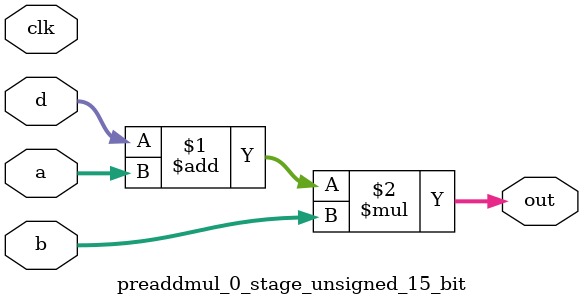
<source format=sv>
(* use_dsp = "yes" *) module preaddmul_0_stage_unsigned_15_bit(
	input  [14:0] a,
	input  [14:0] b,
	input  [14:0] d,
	output [14:0] out,
	input clk);

	assign out = (d + a) * b;
endmodule

</source>
